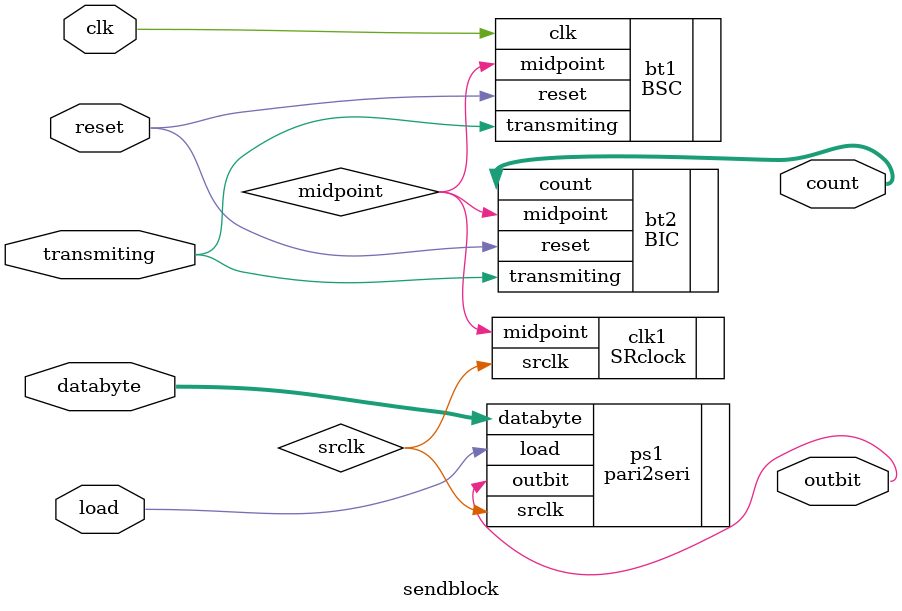
<source format=sv>



module sendblock(clk, reset, transmiting, load, databyte, outbit, count);
	input logic clk, reset, transmiting, load;
	input logic [7:0] databyte;
	output logic outbit;
	output logic [3:0] count;
	logic midpoint, srclk;
	
	BSC bt1 (.clk, .reset, .transmiting, .midpoint);
	BIC bt2 (.reset, .transmiting, .midpoint, .count);
	SRclock clk1 (.midpoint, .srclk);
	pari2seri ps1 (.load, .srclk, .databyte, .outbit);
	
endmodule

</source>
